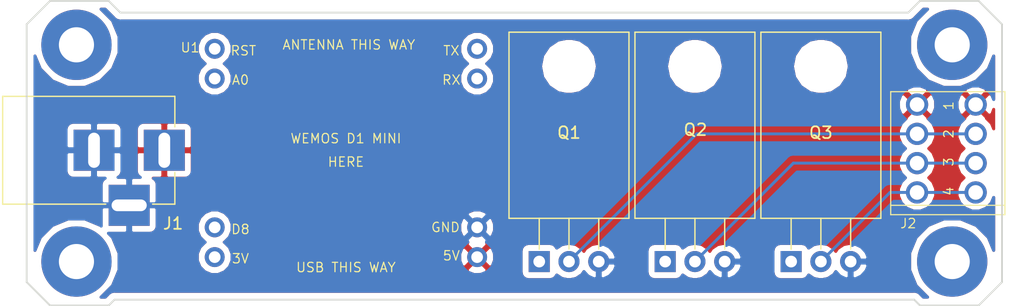
<source format=kicad_pcb>
(kicad_pcb (version 20171130) (host pcbnew "(5.0.0-3-g5ebb6b6)")

  (general
    (thickness 1.6)
    (drawings 16)
    (tracks 6)
    (zones 0)
    (modules 10)
    (nets 15)
  )

  (page A4)
  (layers
    (0 F.Cu signal)
    (31 B.Cu signal)
    (32 B.Adhes user)
    (33 F.Adhes user)
    (34 B.Paste user)
    (35 F.Paste user)
    (36 B.SilkS user)
    (37 F.SilkS user)
    (38 B.Mask user)
    (39 F.Mask user)
    (40 Dwgs.User user)
    (41 Cmts.User user)
    (42 Eco1.User user)
    (43 Eco2.User user)
    (44 Edge.Cuts user)
    (45 Margin user)
    (46 B.CrtYd user)
    (47 F.CrtYd user)
    (48 B.Fab user)
    (49 F.Fab user)
  )

  (setup
    (last_trace_width 0.25)
    (trace_clearance 0.2)
    (zone_clearance 0.508)
    (zone_45_only no)
    (trace_min 0.2)
    (segment_width 0.2)
    (edge_width 0.15)
    (via_size 0.8)
    (via_drill 0.4)
    (via_min_size 0.4)
    (via_min_drill 0.3)
    (uvia_size 0.3)
    (uvia_drill 0.1)
    (uvias_allowed no)
    (uvia_min_size 0.2)
    (uvia_min_drill 0.1)
    (pcb_text_width 0.3)
    (pcb_text_size 1.5 1.5)
    (mod_edge_width 0.15)
    (mod_text_size 1 1)
    (mod_text_width 0.15)
    (pad_size 1.524 1.524)
    (pad_drill 0.762)
    (pad_to_mask_clearance 0.2)
    (aux_axis_origin 0 0)
    (visible_elements FFFFFF7F)
    (pcbplotparams
      (layerselection 0x010fc_ffffffff)
      (usegerberextensions false)
      (usegerberattributes true)
      (usegerberadvancedattributes false)
      (creategerberjobfile false)
      (excludeedgelayer true)
      (linewidth 0.100000)
      (plotframeref false)
      (viasonmask false)
      (mode 1)
      (useauxorigin false)
      (hpglpennumber 1)
      (hpglpenspeed 20)
      (hpglpendiameter 15.000000)
      (psnegative false)
      (psa4output false)
      (plotreference true)
      (plotvalue true)
      (plotinvisibletext false)
      (padsonsilk false)
      (subtractmaskfromsilk false)
      (outputformat 1)
      (mirror false)
      (drillshape 0)
      (scaleselection 1)
      (outputdirectory "Gerbers/"))
  )

  (net 0 "")
  (net 1 GND)
  (net 2 "Net-(U1-Pad9)")
  (net 3 "Net-(U1-Pad10)")
  (net 4 "Net-(U1-Pad1)")
  (net 5 "Net-(U1-Pad2)")
  (net 6 "Net-(U1-Pad8)")
  (net 7 +12V)
  (net 8 /RED)
  (net 9 /GREEN)
  (net 10 /D1)
  (net 11 /D2)
  (net 12 /BLUE)
  (net 13 /D3)
  (net 14 "Net-(U1-Pad7)")

  (net_class Default "This is the default net class."
    (clearance 0.2)
    (trace_width 0.25)
    (via_dia 0.8)
    (via_drill 0.4)
    (uvia_dia 0.3)
    (uvia_drill 0.1)
    (add_net +12V)
    (add_net /BLUE)
    (add_net /D1)
    (add_net /D2)
    (add_net /D3)
    (add_net /GREEN)
    (add_net /RED)
    (add_net GND)
    (add_net "Net-(U1-Pad1)")
    (add_net "Net-(U1-Pad10)")
    (add_net "Net-(U1-Pad2)")
    (add_net "Net-(U1-Pad7)")
    (add_net "Net-(U1-Pad8)")
    (add_net "Net-(U1-Pad9)")
  )

  (module TO_SOT_Packages_THT:TO-220-3_Horizontal (layer F.Cu) (tedit 58CE52AD) (tstamp 5CA5F43B)
    (at 101.5 106.25)
    (descr "TO-220-3, Horizontal, RM 2.54mm")
    (tags "TO-220-3 Horizontal RM 2.54mm")
    (path /5CA6159B)
    (fp_text reference Q2 (at 2.58 -11.25) (layer F.SilkS)
      (effects (font (size 1 1) (thickness 0.15)))
    )
    (fp_text value IRLB8721 (at 2.58 -8.75) (layer F.Fab)
      (effects (font (size 1 1) (thickness 0.15)))
    )
    (fp_text user %R (at 2.58 -6) (layer F.Fab)
      (effects (font (size 1 1) (thickness 0.15)))
    )
    (fp_line (start -2.46 -13.06) (end -2.46 -19.46) (layer F.Fab) (width 0.1))
    (fp_line (start -2.46 -19.46) (end 7.54 -19.46) (layer F.Fab) (width 0.1))
    (fp_line (start 7.54 -19.46) (end 7.54 -13.06) (layer F.Fab) (width 0.1))
    (fp_line (start 7.54 -13.06) (end -2.46 -13.06) (layer F.Fab) (width 0.1))
    (fp_line (start -2.46 -3.81) (end -2.46 -13.06) (layer F.Fab) (width 0.1))
    (fp_line (start -2.46 -13.06) (end 7.54 -13.06) (layer F.Fab) (width 0.1))
    (fp_line (start 7.54 -13.06) (end 7.54 -3.81) (layer F.Fab) (width 0.1))
    (fp_line (start 7.54 -3.81) (end -2.46 -3.81) (layer F.Fab) (width 0.1))
    (fp_line (start 0 -3.81) (end 0 0) (layer F.Fab) (width 0.1))
    (fp_line (start 2.54 -3.81) (end 2.54 0) (layer F.Fab) (width 0.1))
    (fp_line (start 5.08 -3.81) (end 5.08 0) (layer F.Fab) (width 0.1))
    (fp_line (start -2.58 -3.69) (end 7.66 -3.69) (layer F.SilkS) (width 0.12))
    (fp_line (start -2.58 -19.58) (end 7.66 -19.58) (layer F.SilkS) (width 0.12))
    (fp_line (start -2.58 -19.58) (end -2.58 -3.69) (layer F.SilkS) (width 0.12))
    (fp_line (start 7.66 -19.58) (end 7.66 -3.69) (layer F.SilkS) (width 0.12))
    (fp_line (start 0 -3.69) (end 0 -1.05) (layer F.SilkS) (width 0.12))
    (fp_line (start 2.54 -3.69) (end 2.54 -1.066) (layer F.SilkS) (width 0.12))
    (fp_line (start 5.08 -3.69) (end 5.08 -1.066) (layer F.SilkS) (width 0.12))
    (fp_line (start -2.71 -19.71) (end -2.71 1.15) (layer F.CrtYd) (width 0.05))
    (fp_line (start -2.71 1.15) (end 7.79 1.15) (layer F.CrtYd) (width 0.05))
    (fp_line (start 7.79 1.15) (end 7.79 -19.71) (layer F.CrtYd) (width 0.05))
    (fp_line (start 7.79 -19.71) (end -2.71 -19.71) (layer F.CrtYd) (width 0.05))
    (fp_circle (center 2.54 -16.66) (end 4.39 -16.66) (layer F.Fab) (width 0.1))
    (pad 0 np_thru_hole oval (at 2.54 -16.66) (size 3.5 3.5) (drill 3.5) (layers *.Cu *.Mask))
    (pad 1 thru_hole rect (at 0 0) (size 1.8 1.8) (drill 1) (layers *.Cu *.Mask)
      (net 11 /D2))
    (pad 2 thru_hole oval (at 2.54 0) (size 1.8 1.8) (drill 1) (layers *.Cu *.Mask)
      (net 8 /RED))
    (pad 3 thru_hole oval (at 5.08 0) (size 1.8 1.8) (drill 1) (layers *.Cu *.Mask)
      (net 1 GND))
    (model ${KISYS3DMOD}/TO_SOT_Packages_THT.3dshapes/TO-220-3_Horizontal.wrl
      (offset (xyz 2.539999961853027 0 0))
      (scale (xyz 0.393701 0.393701 0.393701))
      (rotate (xyz 0 0 0))
    )
  )

  (module TO_SOT_Packages_THT:TO-220-3_Horizontal (layer F.Cu) (tedit 58CE52AD) (tstamp 5CA5F3DE)
    (at 90.75 106.25)
    (descr "TO-220-3, Horizontal, RM 2.54mm")
    (tags "TO-220-3 Horizontal RM 2.54mm")
    (path /5CA5E7AE)
    (fp_text reference Q1 (at 2.54 -11) (layer F.SilkS)
      (effects (font (size 1 1) (thickness 0.15)))
    )
    (fp_text value IRLB8721 (at 2.54 -8.75) (layer F.Fab)
      (effects (font (size 1 1) (thickness 0.15)))
    )
    (fp_circle (center 2.54 -16.66) (end 4.39 -16.66) (layer F.Fab) (width 0.1))
    (fp_line (start 7.79 -19.71) (end -2.71 -19.71) (layer F.CrtYd) (width 0.05))
    (fp_line (start 7.79 1.15) (end 7.79 -19.71) (layer F.CrtYd) (width 0.05))
    (fp_line (start -2.71 1.15) (end 7.79 1.15) (layer F.CrtYd) (width 0.05))
    (fp_line (start -2.71 -19.71) (end -2.71 1.15) (layer F.CrtYd) (width 0.05))
    (fp_line (start 5.08 -3.69) (end 5.08 -1.066) (layer F.SilkS) (width 0.12))
    (fp_line (start 2.54 -3.69) (end 2.54 -1.066) (layer F.SilkS) (width 0.12))
    (fp_line (start 0 -3.69) (end 0 -1.05) (layer F.SilkS) (width 0.12))
    (fp_line (start 7.66 -19.58) (end 7.66 -3.69) (layer F.SilkS) (width 0.12))
    (fp_line (start -2.58 -19.58) (end -2.58 -3.69) (layer F.SilkS) (width 0.12))
    (fp_line (start -2.58 -19.58) (end 7.66 -19.58) (layer F.SilkS) (width 0.12))
    (fp_line (start -2.58 -3.69) (end 7.66 -3.69) (layer F.SilkS) (width 0.12))
    (fp_line (start 5.08 -3.81) (end 5.08 0) (layer F.Fab) (width 0.1))
    (fp_line (start 2.54 -3.81) (end 2.54 0) (layer F.Fab) (width 0.1))
    (fp_line (start 0 -3.81) (end 0 0) (layer F.Fab) (width 0.1))
    (fp_line (start 7.54 -3.81) (end -2.46 -3.81) (layer F.Fab) (width 0.1))
    (fp_line (start 7.54 -13.06) (end 7.54 -3.81) (layer F.Fab) (width 0.1))
    (fp_line (start -2.46 -13.06) (end 7.54 -13.06) (layer F.Fab) (width 0.1))
    (fp_line (start -2.46 -3.81) (end -2.46 -13.06) (layer F.Fab) (width 0.1))
    (fp_line (start 7.54 -13.06) (end -2.46 -13.06) (layer F.Fab) (width 0.1))
    (fp_line (start 7.54 -19.46) (end 7.54 -13.06) (layer F.Fab) (width 0.1))
    (fp_line (start -2.46 -19.46) (end 7.54 -19.46) (layer F.Fab) (width 0.1))
    (fp_line (start -2.46 -13.06) (end -2.46 -19.46) (layer F.Fab) (width 0.1))
    (fp_text user %R (at 2.54 -6) (layer F.Fab)
      (effects (font (size 1 1) (thickness 0.15)))
    )
    (pad 3 thru_hole oval (at 5.08 0) (size 1.8 1.8) (drill 1) (layers *.Cu *.Mask)
      (net 1 GND))
    (pad 2 thru_hole oval (at 2.54 0) (size 1.8 1.8) (drill 1) (layers *.Cu *.Mask)
      (net 9 /GREEN))
    (pad 1 thru_hole rect (at 0 0) (size 1.8 1.8) (drill 1) (layers *.Cu *.Mask)
      (net 10 /D1))
    (pad 0 np_thru_hole oval (at 2.54 -16.66) (size 3.5 3.5) (drill 3.5) (layers *.Cu *.Mask))
    (model ${KISYS3DMOD}/TO_SOT_Packages_THT.3dshapes/TO-220-3_Horizontal.wrl
      (offset (xyz 2.539999961853027 0 0))
      (scale (xyz 0.393701 0.393701 0.393701))
      (rotate (xyz 0 0 0))
    )
  )

  (module TO_SOT_Packages_THT:TO-220-3_Horizontal (layer F.Cu) (tedit 58CE52AD) (tstamp 5CA5F498)
    (at 112.25 106.25)
    (descr "TO-220-3, Horizontal, RM 2.54mm")
    (tags "TO-220-3 Horizontal RM 2.54mm")
    (path /5CA62184)
    (fp_text reference Q3 (at 2.54 -11) (layer F.SilkS)
      (effects (font (size 1 1) (thickness 0.15)))
    )
    (fp_text value IRLB8721 (at 2.54 -8.75) (layer F.Fab)
      (effects (font (size 1 1) (thickness 0.15)))
    )
    (fp_circle (center 2.54 -16.66) (end 4.39 -16.66) (layer F.Fab) (width 0.1))
    (fp_line (start 7.79 -19.71) (end -2.71 -19.71) (layer F.CrtYd) (width 0.05))
    (fp_line (start 7.79 1.15) (end 7.79 -19.71) (layer F.CrtYd) (width 0.05))
    (fp_line (start -2.71 1.15) (end 7.79 1.15) (layer F.CrtYd) (width 0.05))
    (fp_line (start -2.71 -19.71) (end -2.71 1.15) (layer F.CrtYd) (width 0.05))
    (fp_line (start 5.08 -3.69) (end 5.08 -1.066) (layer F.SilkS) (width 0.12))
    (fp_line (start 2.54 -3.69) (end 2.54 -1.066) (layer F.SilkS) (width 0.12))
    (fp_line (start 0 -3.69) (end 0 -1.05) (layer F.SilkS) (width 0.12))
    (fp_line (start 7.66 -19.58) (end 7.66 -3.69) (layer F.SilkS) (width 0.12))
    (fp_line (start -2.58 -19.58) (end -2.58 -3.69) (layer F.SilkS) (width 0.12))
    (fp_line (start -2.58 -19.58) (end 7.66 -19.58) (layer F.SilkS) (width 0.12))
    (fp_line (start -2.58 -3.69) (end 7.66 -3.69) (layer F.SilkS) (width 0.12))
    (fp_line (start 5.08 -3.81) (end 5.08 0) (layer F.Fab) (width 0.1))
    (fp_line (start 2.54 -3.81) (end 2.54 0) (layer F.Fab) (width 0.1))
    (fp_line (start 0 -3.81) (end 0 0) (layer F.Fab) (width 0.1))
    (fp_line (start 7.54 -3.81) (end -2.46 -3.81) (layer F.Fab) (width 0.1))
    (fp_line (start 7.54 -13.06) (end 7.54 -3.81) (layer F.Fab) (width 0.1))
    (fp_line (start -2.46 -13.06) (end 7.54 -13.06) (layer F.Fab) (width 0.1))
    (fp_line (start -2.46 -3.81) (end -2.46 -13.06) (layer F.Fab) (width 0.1))
    (fp_line (start 7.54 -13.06) (end -2.46 -13.06) (layer F.Fab) (width 0.1))
    (fp_line (start 7.54 -19.46) (end 7.54 -13.06) (layer F.Fab) (width 0.1))
    (fp_line (start -2.46 -19.46) (end 7.54 -19.46) (layer F.Fab) (width 0.1))
    (fp_line (start -2.46 -13.06) (end -2.46 -19.46) (layer F.Fab) (width 0.1))
    (fp_text user %R (at 2.54 -6.25) (layer F.Fab)
      (effects (font (size 1 1) (thickness 0.15)))
    )
    (pad 3 thru_hole oval (at 5.08 0) (size 1.8 1.8) (drill 1) (layers *.Cu *.Mask)
      (net 1 GND))
    (pad 2 thru_hole oval (at 2.54 0) (size 1.8 1.8) (drill 1) (layers *.Cu *.Mask)
      (net 12 /BLUE))
    (pad 1 thru_hole rect (at 0 0) (size 1.8 1.8) (drill 1) (layers *.Cu *.Mask)
      (net 13 /D3))
    (pad 0 np_thru_hole oval (at 2.54 -16.66) (size 3.5 3.5) (drill 3.5) (layers *.Cu *.Mask))
    (model ${KISYS3DMOD}/TO_SOT_Packages_THT.3dshapes/TO-220-3_Horizontal.wrl
      (offset (xyz 2.539999961853027 0 0))
      (scale (xyz 0.393701 0.393701 0.393701))
      (rotate (xyz 0 0 0))
    )
  )

  (module Mounting_Holes:MountingHole_3mm_Pad locked (layer F.Cu) (tedit 5BA8B802) (tstamp 5CA5F4F2)
    (at 126 106.25)
    (descr "Mounting Hole 3mm")
    (tags "mounting hole 3mm")
    (attr virtual)
    (fp_text reference REF** (at 0 -4) (layer F.SilkS) hide
      (effects (font (size 1 1) (thickness 0.15)))
    )
    (fp_text value MountingHole_3mm_Pad (at 0 4) (layer F.Fab) hide
      (effects (font (size 1 1) (thickness 0.15)))
    )
    (fp_circle (center 0 0) (end 3.25 0) (layer F.CrtYd) (width 0.05))
    (fp_circle (center 0 0) (end 3 0) (layer Cmts.User) (width 0.15))
    (fp_text user %R (at 0.3 0) (layer F.Fab)
      (effects (font (size 1 1) (thickness 0.15)))
    )
    (pad 1 thru_hole circle (at 0 0) (size 6 6) (drill 3) (layers *.Cu *.Mask))
  )

  (module Mounting_Holes:MountingHole_3mm_Pad locked (layer F.Cu) (tedit 5BA8B7F5) (tstamp 5CA5F4DD)
    (at 126 87.75)
    (descr "Mounting Hole 3mm")
    (tags "mounting hole 3mm")
    (attr virtual)
    (fp_text reference REF** (at 0 -4) (layer F.SilkS) hide
      (effects (font (size 1 1) (thickness 0.15)))
    )
    (fp_text value MountingHole_3mm_Pad (at 0 4) (layer F.Fab) hide
      (effects (font (size 1 1) (thickness 0.15)))
    )
    (fp_text user %R (at 0.3 0) (layer F.Fab)
      (effects (font (size 1 1) (thickness 0.15)))
    )
    (fp_circle (center 0 0) (end 3 0) (layer Cmts.User) (width 0.15))
    (fp_circle (center 0 0) (end 3.25 0) (layer F.CrtYd) (width 0.05))
    (pad 1 thru_hole circle (at 0 0) (size 6 6) (drill 3) (layers *.Cu *.Mask))
  )

  (module Mounting_Holes:MountingHole_3mm_Pad locked (layer F.Cu) (tedit 5BA8BA19) (tstamp 5BA8BF97)
    (at 51.25 106.25)
    (descr "Mounting Hole 3mm")
    (tags "mounting hole 3mm")
    (attr virtual)
    (fp_text reference REF** (at 0 -4) (layer F.SilkS) hide
      (effects (font (size 1 1) (thickness 0.15)))
    )
    (fp_text value MountingHole_3mm_Pad (at 0 4) (layer F.Fab) hide
      (effects (font (size 1 1) (thickness 0.15)))
    )
    (fp_circle (center 0 0) (end 3.25 0) (layer F.CrtYd) (width 0.05))
    (fp_circle (center 0 0) (end 3 0) (layer Cmts.User) (width 0.15))
    (fp_text user %R (at 0.3 0) (layer F.Fab)
      (effects (font (size 1 1) (thickness 0.15)))
    )
    (pad 1 thru_hole circle (at 0 0) (size 6 6) (drill 3) (layers *.Cu *.Mask))
  )

  (module Mounting_Holes:MountingHole_3mm_Pad locked (layer F.Cu) (tedit 5BA8B817) (tstamp 5BA8BF86)
    (at 51.25 87.75)
    (descr "Mounting Hole 3mm")
    (tags "mounting hole 3mm")
    (attr virtual)
    (fp_text reference REF** (at 0 -4) (layer F.SilkS) hide
      (effects (font (size 1 1) (thickness 0.15)))
    )
    (fp_text value MountingHole_3mm_Pad (at 0 4) (layer F.Fab) hide
      (effects (font (size 1 1) (thickness 0.15)))
    )
    (fp_text user %R (at 0.3 0) (layer F.Fab)
      (effects (font (size 1 1) (thickness 0.15)))
    )
    (fp_circle (center 0 0) (end 3 0) (layer Cmts.User) (width 0.15))
    (fp_circle (center 0 0) (end 3.25 0) (layer F.CrtYd) (width 0.05))
    (pad 1 thru_hole circle (at 0 0) (size 6 6) (drill 3) (layers *.Cu *.Mask))
  )

  (module Custom_Parts:WeMos_D1_Mini_Minimal_Connector (layer F.Cu) (tedit 5BA9000F) (tstamp 5CA5F7BE)
    (at 74.25 96.75)
    (path /5BA3A736)
    (fp_text reference U1 (at -13.3 -8.76) (layer F.SilkS)
      (effects (font (size 0.8 0.8) (thickness 0.1)))
    )
    (fp_text value WEMOS_D1_MINI (at 0 12) (layer F.Fab) hide
      (effects (font (size 0.8 0.8) (thickness 0.1)))
    )
    (fp_text user 5V (at 9 9) (layer F.SilkS)
      (effects (font (size 0.8 0.8) (thickness 0.1)))
    )
    (fp_text user GND (at 8.5 6.58) (layer F.SilkS)
      (effects (font (size 0.8 0.8) (thickness 0.1)))
    )
    (fp_text user "ANTENNA THIS WAY" (at 0.25 -9) (layer F.SilkS)
      (effects (font (size 0.8 0.8) (thickness 0.1)))
    )
    (fp_text user "USB THIS WAY" (at 0 10) (layer F.SilkS)
      (effects (font (size 0.8 0.8) (thickness 0.1)))
    )
    (fp_text user "WEMOS D1 MINI" (at 0 -1) (layer F.SilkS)
      (effects (font (size 0.8 0.8) (thickness 0.1)))
    )
    (fp_text user A0 (at -9 -6) (layer F.SilkS)
      (effects (font (size 0.8 0.8) (thickness 0.1)))
    )
    (fp_text user D8 (at -9 6.75) (layer F.SilkS)
      (effects (font (size 0.8 0.8) (thickness 0.1)))
    )
    (fp_text user 3V (at -9 9.25) (layer F.SilkS)
      (effects (font (size 0.8 0.8) (thickness 0.1)))
    )
    (fp_text user RX (at 9 -6) (layer F.SilkS)
      (effects (font (size 0.8 0.8) (thickness 0.1)))
    )
    (fp_text user TX (at 9 -8.5) (layer F.SilkS)
      (effects (font (size 0.8 0.8) (thickness 0.1)))
    )
    (fp_text user RST (at -8.75 -8.5 180) (layer F.SilkS)
      (effects (font (size 0.8 0.8) (thickness 0.1)))
    )
    (fp_text user HERE (at 0 1) (layer F.SilkS)
      (effects (font (size 0.8 0.8) (thickness 0.1)))
    )
    (pad 9 thru_hole circle (at 11.2 -8.66) (size 1.7 1.7) (drill 1) (layers *.Cu *.Mask)
      (net 2 "Net-(U1-Pad9)"))
    (pad 10 thru_hole circle (at 11.2 -6.12) (size 1.7 1.7) (drill 1) (layers *.Cu *.Mask)
      (net 3 "Net-(U1-Pad10)"))
    (pad 15 thru_hole circle (at 11.2 6.58) (size 1.7 1.7) (drill 1) (layers *.Cu *.Mask)
      (net 1 GND))
    (pad 16 thru_hole circle (at 11.2 9.12) (size 1.7 1.7) (drill 1) (layers *.Cu *.Mask)
      (net 7 +12V))
    (pad 1 thru_hole circle (at -11.2 -8.66) (size 1.7 1.7) (drill 1) (layers *.Cu *.Mask)
      (net 4 "Net-(U1-Pad1)"))
    (pad 2 thru_hole circle (at -11.2 -6.12) (size 1.7 1.7) (drill 1) (layers *.Cu *.Mask)
      (net 5 "Net-(U1-Pad2)"))
    (pad 7 thru_hole circle (at -11.2 6.58) (size 1.7 1.7) (drill 1) (layers *.Cu *.Mask)
      (net 14 "Net-(U1-Pad7)"))
    (pad 8 thru_hole circle (at -11.2 9.12) (size 1.7 1.7) (drill 1) (layers *.Cu *.Mask)
      (net 6 "Net-(U1-Pad8)"))
  )

  (module Connectors:BARREL_JACK (layer F.Cu) (tedit 5C94BC6E) (tstamp 5BD2EA21)
    (at 58.75 96.75)
    (descr "DC Barrel Jack")
    (tags "Power Jack")
    (path /5BA3AF11)
    (fp_text reference J1 (at 0.75 6.25 180) (layer F.SilkS)
      (effects (font (size 1 1) (thickness 0.15)))
    )
    (fp_text value Barrel_Jack (at 4 0 90) (layer F.SilkS) hide
      (effects (font (size 1 1) (thickness 0.15)))
    )
    (fp_line (start 0.8 -4.5) (end -13.7 -4.5) (layer F.Fab) (width 0.1))
    (fp_line (start 0.8 4.5) (end 0.8 -4.5) (layer F.Fab) (width 0.1))
    (fp_line (start -13.7 4.5) (end 0.8 4.5) (layer F.Fab) (width 0.1))
    (fp_line (start -13.7 -4.5) (end -13.7 4.5) (layer F.Fab) (width 0.1))
    (fp_line (start -10.2 -4.5) (end -10.2 4.5) (layer F.Fab) (width 0.1))
    (fp_line (start 0.9 -4.6) (end 0.9 -2) (layer F.SilkS) (width 0.12))
    (fp_line (start -13.8 -4.6) (end 0.9 -4.6) (layer F.SilkS) (width 0.12))
    (fp_line (start 0.9 4.6) (end -1 4.6) (layer F.SilkS) (width 0.12))
    (fp_line (start 0.9 1.9) (end 0.9 4.6) (layer F.SilkS) (width 0.12))
    (fp_line (start -13.8 4.6) (end -13.8 -4.6) (layer F.SilkS) (width 0.12))
    (fp_line (start -5 4.6) (end -13.8 4.6) (layer F.SilkS) (width 0.12))
    (fp_line (start -14 4.75) (end -14 -4.75) (layer F.CrtYd) (width 0.05))
    (fp_line (start -5 4.75) (end -14 4.75) (layer F.CrtYd) (width 0.05))
    (fp_line (start -5 6.75) (end -5 4.75) (layer F.CrtYd) (width 0.05))
    (fp_line (start -1 6.75) (end -5 6.75) (layer F.CrtYd) (width 0.05))
    (fp_line (start -1 4.75) (end -1 6.75) (layer F.CrtYd) (width 0.05))
    (fp_line (start 1 4.75) (end -1 4.75) (layer F.CrtYd) (width 0.05))
    (fp_line (start 1 2) (end 1 4.75) (layer F.CrtYd) (width 0.05))
    (fp_line (start 2 2) (end 1 2) (layer F.CrtYd) (width 0.05))
    (fp_line (start 2 -2) (end 2 2) (layer F.CrtYd) (width 0.05))
    (fp_line (start 1 -2) (end 2 -2) (layer F.CrtYd) (width 0.05))
    (fp_line (start 1 -4.5) (end 1 -2) (layer F.CrtYd) (width 0.05))
    (fp_line (start 1 -4.75) (end -14 -4.75) (layer F.CrtYd) (width 0.05))
    (fp_line (start 1 -4.5) (end 1 -4.75) (layer F.CrtYd) (width 0.05))
    (pad 3 thru_hole rect (at -3 4.7) (size 3.5 3.5) (drill oval 3 1) (layers *.Cu *.Mask)
      (net 1 GND))
    (pad 2 thru_hole rect (at -6 0) (size 3.5 3.5) (drill oval 1 3) (layers *.Cu *.Mask)
      (net 1 GND))
    (pad 1 thru_hole rect (at 0 0) (size 3.5 3.5) (drill oval 1 3) (layers *.Cu *.Mask)
      (net 7 +12V))
  )

  (module Custom_Parts:Spring_Conn_4Pin (layer F.Cu) (tedit 5CA5F2DA) (tstamp 5CA5FDBC)
    (at 125.5 95.25 270)
    (path /5CA5F01B)
    (fp_text reference J2 (at 7.75 3.25) (layer F.SilkS)
      (effects (font (size 0.8 0.8) (thickness 0.1)))
    )
    (fp_text value "RGB OUT" (at 1.5 -6 90) (layer F.Fab)
      (effects (font (size 0.8 0.8) (thickness 0.1)))
    )
    (fp_line (start 6.2 4.75) (end 6.2 -5) (layer F.SilkS) (width 0.1))
    (fp_line (start -3.5 -5) (end 7 -5) (layer F.SilkS) (width 0.1))
    (fp_line (start -3.5 4.75) (end 7 4.75) (layer F.SilkS) (width 0.1))
    (fp_line (start 7 4.75) (end 7 -5) (layer F.SilkS) (width 0.1))
    (fp_line (start -3.5 4.75) (end -3.5 -5) (layer F.SilkS) (width 0.1))
    (fp_text user 3 (at 2.5 -0.2 270) (layer F.SilkS)
      (effects (font (size 0.8 0.8) (thickness 0.1)))
    )
    (fp_text user 2 (at 0.1 -0.2 270) (layer F.SilkS)
      (effects (font (size 0.8 0.8) (thickness 0.1)))
    )
    (fp_text user 1 (at -2.3 -0.2 270) (layer F.SilkS)
      (effects (font (size 0.8 0.8) (thickness 0.1)))
    )
    (fp_text user 4 (at 5 -0.2 270) (layer F.SilkS)
      (effects (font (size 0.8 0.8) (thickness 0.1)))
    )
    (pad 1 thru_hole circle (at -2.4 2.5 270) (size 1.9 1.9) (drill 1.25) (layers *.Cu *.Mask)
      (net 7 +12V))
    (pad 3 thru_hole circle (at 2.6 2.5 270) (size 1.9 1.9) (drill 1.25) (layers *.Cu *.Mask)
      (net 8 /RED))
    (pad 2 thru_hole circle (at 0.1 2.5 270) (size 1.9 1.9) (drill 1.25) (layers *.Cu *.Mask)
      (net 9 /GREEN))
    (pad 1 thru_hole circle (at -2.4 -2.5 270) (size 1.9 1.9) (drill 1.25) (layers *.Cu *.Mask)
      (net 7 +12V))
    (pad 2 thru_hole circle (at 0.1 -2.5 270) (size 1.9 1.9) (drill 1.25) (layers *.Cu *.Mask)
      (net 9 /GREEN))
    (pad 3 thru_hole circle (at 2.6 -2.5 270) (size 1.9 1.9) (drill 1.25) (layers *.Cu *.Mask)
      (net 8 /RED))
    (pad 4 thru_hole circle (at 5.1 2.5 270) (size 1.9 1.9) (drill 1.25) (layers *.Cu *.Mask)
      (net 12 /BLUE))
    (pad 4 thru_hole circle (at 5.1 -2.5 270) (size 1.9 1.9) (drill 1.25) (layers *.Cu *.Mask)
      (net 12 /BLUE))
  )

  (gr_line (start 122.75 109.5) (end 54.5 109.5) (layer Edge.Cuts) (width 0.15))
  (gr_line (start 122.25 85) (end 55 85) (layer Edge.Cuts) (width 0.15))
  (gr_line (start 128.25 84) (end 130.25 86) (layer Edge.Cuts) (width 0.15) (tstamp 5CA5F3BD))
  (gr_line (start 128.25 110) (end 130.25 108) (layer Edge.Cuts) (width 0.15) (tstamp 5CA5F3BA))
  (gr_line (start 47 108) (end 49 110) (layer Edge.Cuts) (width 0.15))
  (gr_line (start 47 86) (end 49 84) (layer Edge.Cuts) (width 0.15))
  (gr_line (start 130.25 86) (end 130.25 108) (layer Edge.Cuts) (width 0.15) (tstamp 5CA5F3B7))
  (gr_line (start 123.25 110) (end 128.25 110) (layer Edge.Cuts) (width 0.15) (tstamp 5CA5F3B4))
  (gr_line (start 122.75 109.5) (end 123.25 110) (layer Edge.Cuts) (width 0.15) (tstamp 5CA5F3B1))
  (gr_line (start 54 110) (end 54.5 109.5) (layer Edge.Cuts) (width 0.15))
  (gr_line (start 49 110) (end 54 110) (layer Edge.Cuts) (width 0.15))
  (gr_line (start 123.25 84) (end 128.25 84) (layer Edge.Cuts) (width 0.15) (tstamp 5CA5F3AE))
  (gr_line (start 122.25 85) (end 123.25 84) (layer Edge.Cuts) (width 0.15) (tstamp 5CA5F3AB))
  (gr_line (start 54 84) (end 55 85) (layer Edge.Cuts) (width 0.15))
  (gr_line (start 49 84) (end 54 84) (layer Edge.Cuts) (width 0.15))
  (gr_line (start 47 86) (end 47 108) (layer Edge.Cuts) (width 0.15) (tstamp 5BA8550C))

  (segment (start 112.44 97.85) (end 104.04 106.25) (width 0.25) (layer B.Cu) (net 8))
  (segment (start 128 97.85) (end 112.44 97.85) (width 0.25) (layer B.Cu) (net 8))
  (segment (start 104.19 95.35) (end 93.29 106.25) (width 0.25) (layer B.Cu) (net 9))
  (segment (start 128 95.35) (end 104.19 95.35) (width 0.25) (layer B.Cu) (net 9))
  (segment (start 120.69 100.35) (end 114.79 106.25) (width 0.25) (layer B.Cu) (net 12))
  (segment (start 128 100.35) (end 120.69 100.35) (width 0.25) (layer B.Cu) (net 12))

  (zone (net 7) (net_name +12V) (layer F.Cu) (tstamp 5CA5F72A) (hatch edge 0.508)
    (connect_pads (clearance 0.508))
    (min_thickness 0.254)
    (fill yes (arc_segments 16) (thermal_gap 0.508) (thermal_bridge_width 0.508))
    (polygon
      (pts
        (xy 47 86) (xy 49 84) (xy 54 84) (xy 55 85) (xy 122.25 85)
        (xy 123.25 84) (xy 128.25 84) (xy 130.25 86) (xy 130.25 108) (xy 128.25 110)
        (xy 123.25 110) (xy 122.75 109.5) (xy 54.5 109.5) (xy 53.75 110) (xy 48.75 110)
        (xy 47 108) (xy 47 107.75)
      )
    )
    (filled_polygon
      (pts
        (xy 54.44851 85.452601) (xy 54.488119 85.511881) (xy 54.547398 85.55149) (xy 54.547399 85.551491) (xy 54.722972 85.668805)
        (xy 55 85.723909) (xy 55.069926 85.71) (xy 122.180076 85.71) (xy 122.25 85.723909) (xy 122.319924 85.71)
        (xy 122.319926 85.71) (xy 122.527028 85.668805) (xy 122.761881 85.511881) (xy 122.801494 85.452596) (xy 123.544092 84.71)
        (xy 123.899334 84.71) (xy 122.918396 85.690938) (xy 122.365 87.026954) (xy 122.365 88.473046) (xy 122.918396 89.809062)
        (xy 123.940938 90.831604) (xy 125.276954 91.385) (xy 126.723046 91.385) (xy 128.059062 90.831604) (xy 129.081604 89.809062)
        (xy 129.54 88.702396) (xy 129.54 92.396849) (xy 129.378019 92.005792) (xy 129.11635 91.913255) (xy 128.179605 92.85)
        (xy 129.11635 93.786745) (xy 129.378019 93.694208) (xy 129.54 93.254965) (xy 129.54 94.926085) (xy 129.343698 94.45217)
        (xy 128.916141 94.024613) (xy 128.936745 93.96635) (xy 128 93.029605) (xy 127.063255 93.96635) (xy 127.083859 94.024613)
        (xy 126.656302 94.45217) (xy 126.415 95.034724) (xy 126.415 95.665276) (xy 126.656302 96.24783) (xy 127.008472 96.6)
        (xy 126.656302 96.95217) (xy 126.415 97.534724) (xy 126.415 98.165276) (xy 126.656302 98.74783) (xy 127.008472 99.1)
        (xy 126.656302 99.45217) (xy 126.415 100.034724) (xy 126.415 100.665276) (xy 126.656302 101.24783) (xy 127.10217 101.693698)
        (xy 127.684724 101.935) (xy 128.315276 101.935) (xy 128.89783 101.693698) (xy 129.343698 101.24783) (xy 129.540001 100.773914)
        (xy 129.540001 105.297606) (xy 129.081604 104.190938) (xy 128.059062 103.168396) (xy 126.723046 102.615) (xy 125.276954 102.615)
        (xy 123.940938 103.168396) (xy 122.918396 104.190938) (xy 122.365 105.526954) (xy 122.365 106.973046) (xy 122.918396 108.309062)
        (xy 123.899334 109.29) (xy 123.544091 109.29) (xy 123.301493 109.047403) (xy 123.261881 108.988119) (xy 123.027028 108.831195)
        (xy 122.819926 108.79) (xy 122.819924 108.79) (xy 122.75 108.776091) (xy 122.680076 108.79) (xy 54.569926 108.79)
        (xy 54.5 108.776091) (xy 54.222971 108.831195) (xy 54.047399 108.948509) (xy 53.988119 108.988119) (xy 53.948509 109.047399)
        (xy 53.705909 109.29) (xy 53.350666 109.29) (xy 54.331604 108.309062) (xy 54.885 106.973046) (xy 54.885 105.526954)
        (xy 54.331604 104.190938) (xy 53.985153 103.844487) (xy 54 103.84744) (xy 57.5 103.84744) (xy 57.747765 103.798157)
        (xy 57.957809 103.657809) (xy 58.098157 103.447765) (xy 58.14744 103.2) (xy 58.14744 103.034615) (xy 61.565 103.034615)
        (xy 61.565 103.625385) (xy 61.791078 104.171185) (xy 62.208815 104.588922) (xy 62.23556 104.6) (xy 62.208815 104.611078)
        (xy 61.791078 105.028815) (xy 61.565 105.574615) (xy 61.565 106.165385) (xy 61.791078 106.711185) (xy 62.208815 107.128922)
        (xy 62.754615 107.355) (xy 63.345385 107.355) (xy 63.891185 107.128922) (xy 64.106149 106.913958) (xy 84.585647 106.913958)
        (xy 84.66592 107.165259) (xy 85.221279 107.366718) (xy 85.811458 107.340315) (xy 86.23408 107.165259) (xy 86.314353 106.913958)
        (xy 85.45 106.049605) (xy 84.585647 106.913958) (xy 64.106149 106.913958) (xy 64.308922 106.711185) (xy 64.535 106.165385)
        (xy 64.535 105.641279) (xy 83.953282 105.641279) (xy 83.979685 106.231458) (xy 84.154741 106.65408) (xy 84.406042 106.734353)
        (xy 85.270395 105.87) (xy 85.629605 105.87) (xy 86.493958 106.734353) (xy 86.745259 106.65408) (xy 86.946718 106.098721)
        (xy 86.920315 105.508542) (xy 86.854645 105.35) (xy 89.20256 105.35) (xy 89.20256 107.15) (xy 89.251843 107.397765)
        (xy 89.392191 107.607809) (xy 89.602235 107.748157) (xy 89.85 107.79744) (xy 91.65 107.79744) (xy 91.897765 107.748157)
        (xy 92.107809 107.607809) (xy 92.247129 107.399304) (xy 92.691073 107.695938) (xy 93.138818 107.785) (xy 93.441182 107.785)
        (xy 93.888927 107.695938) (xy 94.396673 107.356673) (xy 94.56 107.112237) (xy 94.723327 107.356673) (xy 95.231073 107.695938)
        (xy 95.678818 107.785) (xy 95.981182 107.785) (xy 96.428927 107.695938) (xy 96.936673 107.356673) (xy 97.275938 106.848927)
        (xy 97.395072 106.25) (xy 97.275938 105.651073) (xy 97.074768 105.35) (xy 99.95256 105.35) (xy 99.95256 107.15)
        (xy 100.001843 107.397765) (xy 100.142191 107.607809) (xy 100.352235 107.748157) (xy 100.6 107.79744) (xy 102.4 107.79744)
        (xy 102.647765 107.748157) (xy 102.857809 107.607809) (xy 102.997129 107.399304) (xy 103.441073 107.695938) (xy 103.888818 107.785)
        (xy 104.191182 107.785) (xy 104.638927 107.695938) (xy 105.146673 107.356673) (xy 105.31 107.112237) (xy 105.473327 107.356673)
        (xy 105.981073 107.695938) (xy 106.428818 107.785) (xy 106.731182 107.785) (xy 107.178927 107.695938) (xy 107.686673 107.356673)
        (xy 108.025938 106.848927) (xy 108.145072 106.25) (xy 108.025938 105.651073) (xy 107.824768 105.35) (xy 110.70256 105.35)
        (xy 110.70256 107.15) (xy 110.751843 107.397765) (xy 110.892191 107.607809) (xy 111.102235 107.748157) (xy 111.35 107.79744)
        (xy 113.15 107.79744) (xy 113.397765 107.748157) (xy 113.607809 107.607809) (xy 113.747129 107.399304) (xy 114.191073 107.695938)
        (xy 114.638818 107.785) (xy 114.941182 107.785) (xy 115.388927 107.695938) (xy 115.896673 107.356673) (xy 116.06 107.112237)
        (xy 116.223327 107.356673) (xy 116.731073 107.695938) (xy 117.178818 107.785) (xy 117.481182 107.785) (xy 117.928927 107.695938)
        (xy 118.436673 107.356673) (xy 118.775938 106.848927) (xy 118.895072 106.25) (xy 118.775938 105.651073) (xy 118.436673 105.143327)
        (xy 117.928927 104.804062) (xy 117.481182 104.715) (xy 117.178818 104.715) (xy 116.731073 104.804062) (xy 116.223327 105.143327)
        (xy 116.06 105.387763) (xy 115.896673 105.143327) (xy 115.388927 104.804062) (xy 114.941182 104.715) (xy 114.638818 104.715)
        (xy 114.191073 104.804062) (xy 113.747129 105.100696) (xy 113.607809 104.892191) (xy 113.397765 104.751843) (xy 113.15 104.70256)
        (xy 111.35 104.70256) (xy 111.102235 104.751843) (xy 110.892191 104.892191) (xy 110.751843 105.102235) (xy 110.70256 105.35)
        (xy 107.824768 105.35) (xy 107.686673 105.143327) (xy 107.178927 104.804062) (xy 106.731182 104.715) (xy 106.428818 104.715)
        (xy 105.981073 104.804062) (xy 105.473327 105.143327) (xy 105.31 105.387763) (xy 105.146673 105.143327) (xy 104.638927 104.804062)
        (xy 104.191182 104.715) (xy 103.888818 104.715) (xy 103.441073 104.804062) (xy 102.997129 105.100696) (xy 102.857809 104.892191)
        (xy 102.647765 104.751843) (xy 102.4 104.70256) (xy 100.6 104.70256) (xy 100.352235 104.751843) (xy 100.142191 104.892191)
        (xy 100.001843 105.102235) (xy 99.95256 105.35) (xy 97.074768 105.35) (xy 96.936673 105.143327) (xy 96.428927 104.804062)
        (xy 95.981182 104.715) (xy 95.678818 104.715) (xy 95.231073 104.804062) (xy 94.723327 105.143327) (xy 94.56 105.387763)
        (xy 94.396673 105.143327) (xy 93.888927 104.804062) (xy 93.441182 104.715) (xy 93.138818 104.715) (xy 92.691073 104.804062)
        (xy 92.247129 105.100696) (xy 92.107809 104.892191) (xy 91.897765 104.751843) (xy 91.65 104.70256) (xy 89.85 104.70256)
        (xy 89.602235 104.751843) (xy 89.392191 104.892191) (xy 89.251843 105.102235) (xy 89.20256 105.35) (xy 86.854645 105.35)
        (xy 86.745259 105.08592) (xy 86.493958 105.005647) (xy 85.629605 105.87) (xy 85.270395 105.87) (xy 84.406042 105.005647)
        (xy 84.154741 105.08592) (xy 83.953282 105.641279) (xy 64.535 105.641279) (xy 64.535 105.574615) (xy 64.308922 105.028815)
        (xy 63.891185 104.611078) (xy 63.86444 104.6) (xy 63.891185 104.588922) (xy 64.308922 104.171185) (xy 64.535 103.625385)
        (xy 64.535 103.034615) (xy 83.965 103.034615) (xy 83.965 103.625385) (xy 84.191078 104.171185) (xy 84.608815 104.588922)
        (xy 84.655247 104.608155) (xy 84.585647 104.826042) (xy 85.45 105.690395) (xy 86.314353 104.826042) (xy 86.244753 104.608155)
        (xy 86.291185 104.588922) (xy 86.708922 104.171185) (xy 86.935 103.625385) (xy 86.935 103.034615) (xy 86.708922 102.488815)
        (xy 86.291185 102.071078) (xy 85.745385 101.845) (xy 85.154615 101.845) (xy 84.608815 102.071078) (xy 84.191078 102.488815)
        (xy 83.965 103.034615) (xy 64.535 103.034615) (xy 64.308922 102.488815) (xy 63.891185 102.071078) (xy 63.345385 101.845)
        (xy 62.754615 101.845) (xy 62.208815 102.071078) (xy 61.791078 102.488815) (xy 61.565 103.034615) (xy 58.14744 103.034615)
        (xy 58.14744 99.7) (xy 58.098157 99.452235) (xy 57.957809 99.242191) (xy 57.797388 99.135) (xy 58.46425 99.135)
        (xy 58.623 98.97625) (xy 58.623 96.877) (xy 58.877 96.877) (xy 58.877 98.97625) (xy 59.03575 99.135)
        (xy 60.626309 99.135) (xy 60.859698 99.038327) (xy 61.038327 98.859699) (xy 61.135 98.62631) (xy 61.135 97.03575)
        (xy 60.97625 96.877) (xy 58.877 96.877) (xy 58.623 96.877) (xy 56.52375 96.877) (xy 56.365 97.03575)
        (xy 56.365 98.62631) (xy 56.461673 98.859699) (xy 56.640302 99.038327) (xy 56.674663 99.05256) (xy 54.816005 99.05256)
        (xy 54.957809 98.957809) (xy 55.098157 98.747765) (xy 55.14744 98.5) (xy 55.14744 95) (xy 55.122316 94.87369)
        (xy 56.365 94.87369) (xy 56.365 96.46425) (xy 56.52375 96.623) (xy 58.623 96.623) (xy 58.623 94.52375)
        (xy 58.877 94.52375) (xy 58.877 96.623) (xy 60.97625 96.623) (xy 61.135 96.46425) (xy 61.135 95.034724)
        (xy 121.415 95.034724) (xy 121.415 95.665276) (xy 121.656302 96.24783) (xy 122.008472 96.6) (xy 121.656302 96.95217)
        (xy 121.415 97.534724) (xy 121.415 98.165276) (xy 121.656302 98.74783) (xy 122.008472 99.1) (xy 121.656302 99.45217)
        (xy 121.415 100.034724) (xy 121.415 100.665276) (xy 121.656302 101.24783) (xy 122.10217 101.693698) (xy 122.684724 101.935)
        (xy 123.315276 101.935) (xy 123.89783 101.693698) (xy 124.343698 101.24783) (xy 124.585 100.665276) (xy 124.585 100.034724)
        (xy 124.343698 99.45217) (xy 123.991528 99.1) (xy 124.343698 98.74783) (xy 124.585 98.165276) (xy 124.585 97.534724)
        (xy 124.343698 96.95217) (xy 123.991528 96.6) (xy 124.343698 96.24783) (xy 124.585 95.665276) (xy 124.585 95.034724)
        (xy 124.343698 94.45217) (xy 123.916141 94.024613) (xy 123.936745 93.96635) (xy 123 93.029605) (xy 122.063255 93.96635)
        (xy 122.083859 94.024613) (xy 121.656302 94.45217) (xy 121.415 95.034724) (xy 61.135 95.034724) (xy 61.135 94.87369)
        (xy 61.038327 94.640301) (xy 60.859698 94.461673) (xy 60.626309 94.365) (xy 59.03575 94.365) (xy 58.877 94.52375)
        (xy 58.623 94.52375) (xy 58.46425 94.365) (xy 56.873691 94.365) (xy 56.640302 94.461673) (xy 56.461673 94.640301)
        (xy 56.365 94.87369) (xy 55.122316 94.87369) (xy 55.098157 94.752235) (xy 54.957809 94.542191) (xy 54.747765 94.401843)
        (xy 54.5 94.35256) (xy 51 94.35256) (xy 50.752235 94.401843) (xy 50.542191 94.542191) (xy 50.401843 94.752235)
        (xy 50.35256 95) (xy 50.35256 98.5) (xy 50.401843 98.747765) (xy 50.542191 98.957809) (xy 50.752235 99.098157)
        (xy 51 99.14744) (xy 53.683995 99.14744) (xy 53.542191 99.242191) (xy 53.401843 99.452235) (xy 53.35256 99.7)
        (xy 53.35256 103.2) (xy 53.355513 103.214847) (xy 53.309062 103.168396) (xy 51.973046 102.615) (xy 50.526954 102.615)
        (xy 49.190938 103.168396) (xy 48.168396 104.190938) (xy 47.71 105.297604) (xy 47.71 92.597398) (xy 121.403812 92.597398)
        (xy 121.428648 93.227461) (xy 121.621981 93.694208) (xy 121.88365 93.786745) (xy 122.820395 92.85) (xy 123.179605 92.85)
        (xy 124.11635 93.786745) (xy 124.378019 93.694208) (xy 124.596188 93.102602) (xy 124.576274 92.597398) (xy 126.403812 92.597398)
        (xy 126.428648 93.227461) (xy 126.621981 93.694208) (xy 126.88365 93.786745) (xy 127.820395 92.85) (xy 126.88365 91.913255)
        (xy 126.621981 92.005792) (xy 126.403812 92.597398) (xy 124.576274 92.597398) (xy 124.571352 92.472539) (xy 124.378019 92.005792)
        (xy 124.11635 91.913255) (xy 123.179605 92.85) (xy 122.820395 92.85) (xy 121.88365 91.913255) (xy 121.621981 92.005792)
        (xy 121.403812 92.597398) (xy 47.71 92.597398) (xy 47.71 88.702396) (xy 48.168396 89.809062) (xy 49.190938 90.831604)
        (xy 50.526954 91.385) (xy 51.973046 91.385) (xy 53.309062 90.831604) (xy 54.331604 89.809062) (xy 54.885 88.473046)
        (xy 54.885 87.794615) (xy 61.565 87.794615) (xy 61.565 88.385385) (xy 61.791078 88.931185) (xy 62.208815 89.348922)
        (xy 62.23556 89.36) (xy 62.208815 89.371078) (xy 61.791078 89.788815) (xy 61.565 90.334615) (xy 61.565 90.925385)
        (xy 61.791078 91.471185) (xy 62.208815 91.888922) (xy 62.754615 92.115) (xy 63.345385 92.115) (xy 63.891185 91.888922)
        (xy 64.308922 91.471185) (xy 64.535 90.925385) (xy 64.535 90.334615) (xy 64.308922 89.788815) (xy 63.891185 89.371078)
        (xy 63.86444 89.36) (xy 63.891185 89.348922) (xy 64.308922 88.931185) (xy 64.535 88.385385) (xy 64.535 87.794615)
        (xy 83.965 87.794615) (xy 83.965 88.385385) (xy 84.191078 88.931185) (xy 84.608815 89.348922) (xy 84.63556 89.36)
        (xy 84.608815 89.371078) (xy 84.191078 89.788815) (xy 83.965 90.334615) (xy 83.965 90.925385) (xy 84.191078 91.471185)
        (xy 84.608815 91.888922) (xy 85.154615 92.115) (xy 85.745385 92.115) (xy 86.291185 91.888922) (xy 86.708922 91.471185)
        (xy 86.935 90.925385) (xy 86.935 90.334615) (xy 86.708922 89.788815) (xy 86.510107 89.59) (xy 90.858276 89.59)
        (xy 91.04338 90.52058) (xy 91.570511 91.309489) (xy 92.35942 91.83662) (xy 93.055103 91.975) (xy 93.524897 91.975)
        (xy 94.22058 91.83662) (xy 95.009489 91.309489) (xy 95.53662 90.52058) (xy 95.721724 89.59) (xy 101.608276 89.59)
        (xy 101.79338 90.52058) (xy 102.320511 91.309489) (xy 103.10942 91.83662) (xy 103.805103 91.975) (xy 104.274897 91.975)
        (xy 104.97058 91.83662) (xy 105.759489 91.309489) (xy 106.28662 90.52058) (xy 106.471724 89.59) (xy 112.358276 89.59)
        (xy 112.54338 90.52058) (xy 113.070511 91.309489) (xy 113.85942 91.83662) (xy 114.555103 91.975) (xy 115.024897 91.975)
        (xy 115.72058 91.83662) (xy 115.874685 91.73365) (xy 122.063255 91.73365) (xy 123 92.670395) (xy 123.936745 91.73365)
        (xy 127.063255 91.73365) (xy 128 92.670395) (xy 128.936745 91.73365) (xy 128.844208 91.471981) (xy 128.252602 91.253812)
        (xy 127.622539 91.278648) (xy 127.155792 91.471981) (xy 127.063255 91.73365) (xy 123.936745 91.73365) (xy 123.844208 91.471981)
        (xy 123.252602 91.253812) (xy 122.622539 91.278648) (xy 122.155792 91.471981) (xy 122.063255 91.73365) (xy 115.874685 91.73365)
        (xy 116.509489 91.309489) (xy 117.03662 90.52058) (xy 117.221724 89.59) (xy 117.03662 88.65942) (xy 116.509489 87.870511)
        (xy 115.72058 87.34338) (xy 115.024897 87.205) (xy 114.555103 87.205) (xy 113.85942 87.34338) (xy 113.070511 87.870511)
        (xy 112.54338 88.65942) (xy 112.358276 89.59) (xy 106.471724 89.59) (xy 106.28662 88.65942) (xy 105.759489 87.870511)
        (xy 104.97058 87.34338) (xy 104.274897 87.205) (xy 103.805103 87.205) (xy 103.10942 87.34338) (xy 102.320511 87.870511)
        (xy 101.79338 88.65942) (xy 101.608276 89.59) (xy 95.721724 89.59) (xy 95.53662 88.65942) (xy 95.009489 87.870511)
        (xy 94.22058 87.34338) (xy 93.524897 87.205) (xy 93.055103 87.205) (xy 92.35942 87.34338) (xy 91.570511 87.870511)
        (xy 91.04338 88.65942) (xy 90.858276 89.59) (xy 86.510107 89.59) (xy 86.291185 89.371078) (xy 86.26444 89.36)
        (xy 86.291185 89.348922) (xy 86.708922 88.931185) (xy 86.935 88.385385) (xy 86.935 87.794615) (xy 86.708922 87.248815)
        (xy 86.291185 86.831078) (xy 85.745385 86.605) (xy 85.154615 86.605) (xy 84.608815 86.831078) (xy 84.191078 87.248815)
        (xy 83.965 87.794615) (xy 64.535 87.794615) (xy 64.308922 87.248815) (xy 63.891185 86.831078) (xy 63.345385 86.605)
        (xy 62.754615 86.605) (xy 62.208815 86.831078) (xy 61.791078 87.248815) (xy 61.565 87.794615) (xy 54.885 87.794615)
        (xy 54.885 87.026954) (xy 54.331604 85.690938) (xy 53.350666 84.71) (xy 53.70591 84.71)
      )
    )
  )
  (zone (net 1) (net_name GND) (layer B.Cu) (tstamp 5CA5F727) (hatch edge 0.508)
    (connect_pads (clearance 0.508))
    (min_thickness 0.254)
    (fill yes (arc_segments 16) (thermal_gap 0.508) (thermal_bridge_width 0.508))
    (polygon
      (pts
        (xy 47 86) (xy 49 84) (xy 54 84) (xy 55 85) (xy 122.25 85)
        (xy 123.25 84) (xy 128.25 84) (xy 130.25 86) (xy 130.25 108) (xy 128.25 110)
        (xy 123.25 110) (xy 122.75 109.5) (xy 54.5 109.5) (xy 54 110) (xy 49 110)
        (xy 47 108) (xy 47 97)
      )
    )
    (filled_polygon
      (pts
        (xy 54.44851 85.452601) (xy 54.488119 85.511881) (xy 54.547398 85.55149) (xy 54.547399 85.551491) (xy 54.722972 85.668805)
        (xy 55 85.723909) (xy 55.069926 85.71) (xy 122.180076 85.71) (xy 122.25 85.723909) (xy 122.319924 85.71)
        (xy 122.319926 85.71) (xy 122.527028 85.668805) (xy 122.761881 85.511881) (xy 122.801494 85.452596) (xy 123.544092 84.71)
        (xy 123.899334 84.71) (xy 122.918396 85.690938) (xy 122.365 87.026954) (xy 122.365 88.473046) (xy 122.918396 89.809062)
        (xy 123.940938 90.831604) (xy 125.276954 91.385) (xy 126.723046 91.385) (xy 128.059062 90.831604) (xy 129.081604 89.809062)
        (xy 129.54 88.702396) (xy 129.54 92.426085) (xy 129.343698 91.95217) (xy 128.89783 91.506302) (xy 128.315276 91.265)
        (xy 127.684724 91.265) (xy 127.10217 91.506302) (xy 126.656302 91.95217) (xy 126.415 92.534724) (xy 126.415 93.165276)
        (xy 126.656302 93.74783) (xy 127.008472 94.1) (xy 126.656302 94.45217) (xy 126.599211 94.59) (xy 124.400789 94.59)
        (xy 124.343698 94.45217) (xy 123.991528 94.1) (xy 124.343698 93.74783) (xy 124.585 93.165276) (xy 124.585 92.534724)
        (xy 124.343698 91.95217) (xy 123.89783 91.506302) (xy 123.315276 91.265) (xy 122.684724 91.265) (xy 122.10217 91.506302)
        (xy 121.656302 91.95217) (xy 121.415 92.534724) (xy 121.415 93.165276) (xy 121.656302 93.74783) (xy 122.008472 94.1)
        (xy 121.656302 94.45217) (xy 121.599211 94.59) (xy 104.264848 94.59) (xy 104.19 94.575112) (xy 104.115152 94.59)
        (xy 104.115148 94.59) (xy 103.941605 94.62452) (xy 103.893462 94.634096) (xy 103.716656 94.752235) (xy 103.642071 94.802071)
        (xy 103.599671 94.865527) (xy 93.69893 104.766269) (xy 93.441182 104.715) (xy 93.138818 104.715) (xy 92.691073 104.804062)
        (xy 92.247129 105.100696) (xy 92.107809 104.892191) (xy 91.897765 104.751843) (xy 91.65 104.70256) (xy 89.85 104.70256)
        (xy 89.602235 104.751843) (xy 89.392191 104.892191) (xy 89.251843 105.102235) (xy 89.20256 105.35) (xy 89.20256 107.15)
        (xy 89.251843 107.397765) (xy 89.392191 107.607809) (xy 89.602235 107.748157) (xy 89.85 107.79744) (xy 91.65 107.79744)
        (xy 91.897765 107.748157) (xy 92.107809 107.607809) (xy 92.247129 107.399304) (xy 92.691073 107.695938) (xy 93.138818 107.785)
        (xy 93.441182 107.785) (xy 93.888927 107.695938) (xy 94.396673 107.356673) (xy 94.567624 107.100826) (xy 94.922424 107.487966)
        (xy 95.465258 107.741046) (xy 95.703 107.620997) (xy 95.703 106.377) (xy 95.957 106.377) (xy 95.957 107.620997)
        (xy 96.194742 107.741046) (xy 96.737576 107.487966) (xy 97.14224 107.046417) (xy 97.321036 106.61474) (xy 97.200378 106.377)
        (xy 95.957 106.377) (xy 95.703 106.377) (xy 95.683 106.377) (xy 95.683 106.123) (xy 95.703 106.123)
        (xy 95.703 106.103) (xy 95.957 106.103) (xy 95.957 106.123) (xy 97.200378 106.123) (xy 97.321036 105.88526)
        (xy 97.14224 105.453583) (xy 96.737576 105.012034) (xy 96.194742 104.758954) (xy 95.957002 104.879002) (xy 95.957002 104.715)
        (xy 95.899801 104.715) (xy 104.504802 96.11) (xy 121.599211 96.11) (xy 121.656302 96.24783) (xy 122.008472 96.6)
        (xy 121.656302 96.95217) (xy 121.599211 97.09) (xy 112.514847 97.09) (xy 112.44 97.075112) (xy 112.365153 97.09)
        (xy 112.365148 97.09) (xy 112.143463 97.134096) (xy 111.892071 97.302071) (xy 111.849671 97.365527) (xy 104.44893 104.766269)
        (xy 104.191182 104.715) (xy 103.888818 104.715) (xy 103.441073 104.804062) (xy 102.997129 105.100696) (xy 102.857809 104.892191)
        (xy 102.647765 104.751843) (xy 102.4 104.70256) (xy 100.6 104.70256) (xy 100.352235 104.751843) (xy 100.142191 104.892191)
        (xy 100.001843 105.102235) (xy 99.95256 105.35) (xy 99.95256 107.15) (xy 100.001843 107.397765) (xy 100.142191 107.607809)
        (xy 100.352235 107.748157) (xy 100.6 107.79744) (xy 102.4 107.79744) (xy 102.647765 107.748157) (xy 102.857809 107.607809)
        (xy 102.997129 107.399304) (xy 103.441073 107.695938) (xy 103.888818 107.785) (xy 104.191182 107.785) (xy 104.638927 107.695938)
        (xy 105.146673 107.356673) (xy 105.317624 107.100826) (xy 105.672424 107.487966) (xy 106.215258 107.741046) (xy 106.453 107.620997)
        (xy 106.453 106.377) (xy 106.707 106.377) (xy 106.707 107.620997) (xy 106.944742 107.741046) (xy 107.487576 107.487966)
        (xy 107.89224 107.046417) (xy 108.071036 106.61474) (xy 107.950378 106.377) (xy 106.707 106.377) (xy 106.453 106.377)
        (xy 106.433 106.377) (xy 106.433 106.123) (xy 106.453 106.123) (xy 106.453 106.103) (xy 106.707 106.103)
        (xy 106.707 106.123) (xy 107.950378 106.123) (xy 108.071036 105.88526) (xy 107.89224 105.453583) (xy 107.487576 105.012034)
        (xy 106.944742 104.758954) (xy 106.707002 104.879002) (xy 106.707002 104.715) (xy 106.649801 104.715) (xy 112.754802 98.61)
        (xy 121.599211 98.61) (xy 121.656302 98.74783) (xy 122.008472 99.1) (xy 121.656302 99.45217) (xy 121.599211 99.59)
        (xy 120.764846 99.59) (xy 120.689999 99.575112) (xy 120.615152 99.59) (xy 120.615148 99.59) (xy 120.393463 99.634096)
        (xy 120.142071 99.802071) (xy 120.099671 99.865527) (xy 115.19893 104.766269) (xy 114.941182 104.715) (xy 114.638818 104.715)
        (xy 114.191073 104.804062) (xy 113.747129 105.100696) (xy 113.607809 104.892191) (xy 113.397765 104.751843) (xy 113.15 104.70256)
        (xy 111.35 104.70256) (xy 111.102235 104.751843) (xy 110.892191 104.892191) (xy 110.751843 105.102235) (xy 110.70256 105.35)
        (xy 110.70256 107.15) (xy 110.751843 107.397765) (xy 110.892191 107.607809) (xy 111.102235 107.748157) (xy 111.35 107.79744)
        (xy 113.15 107.79744) (xy 113.397765 107.748157) (xy 113.607809 107.607809) (xy 113.747129 107.399304) (xy 114.191073 107.695938)
        (xy 114.638818 107.785) (xy 114.941182 107.785) (xy 115.388927 107.695938) (xy 115.896673 107.356673) (xy 116.067624 107.100826)
        (xy 116.422424 107.487966) (xy 116.965258 107.741046) (xy 117.203 107.620997) (xy 117.203 106.377) (xy 117.457 106.377)
        (xy 117.457 107.620997) (xy 117.694742 107.741046) (xy 118.237576 107.487966) (xy 118.64224 107.046417) (xy 118.821036 106.61474)
        (xy 118.700378 106.377) (xy 117.457 106.377) (xy 117.203 106.377) (xy 117.183 106.377) (xy 117.183 106.123)
        (xy 117.203 106.123) (xy 117.203 106.103) (xy 117.457 106.103) (xy 117.457 106.123) (xy 118.700378 106.123)
        (xy 118.821036 105.88526) (xy 118.64224 105.453583) (xy 118.237576 105.012034) (xy 117.694742 104.758954) (xy 117.457002 104.879002)
        (xy 117.457002 104.715) (xy 117.399801 104.715) (xy 121.004802 101.11) (xy 121.599211 101.11) (xy 121.656302 101.24783)
        (xy 122.10217 101.693698) (xy 122.684724 101.935) (xy 123.315276 101.935) (xy 123.89783 101.693698) (xy 124.343698 101.24783)
        (xy 124.400789 101.11) (xy 126.599211 101.11) (xy 126.656302 101.24783) (xy 127.10217 101.693698) (xy 127.684724 101.935)
        (xy 128.315276 101.935) (xy 128.89783 101.693698) (xy 129.343698 101.24783) (xy 129.540001 100.773914) (xy 129.540001 105.297606)
        (xy 129.081604 104.190938) (xy 128.059062 103.168396) (xy 126.723046 102.615) (xy 125.276954 102.615) (xy 123.940938 103.168396)
        (xy 122.918396 104.190938) (xy 122.365 105.526954) (xy 122.365 106.973046) (xy 122.918396 108.309062) (xy 123.899334 109.29)
        (xy 123.544091 109.29) (xy 123.301493 109.047403) (xy 123.261881 108.988119) (xy 123.027028 108.831195) (xy 122.819926 108.79)
        (xy 122.819924 108.79) (xy 122.75 108.776091) (xy 122.680076 108.79) (xy 54.569926 108.79) (xy 54.5 108.776091)
        (xy 54.222971 108.831195) (xy 54.047399 108.948509) (xy 53.988119 108.988119) (xy 53.948509 109.047399) (xy 53.705909 109.29)
        (xy 53.350666 109.29) (xy 54.331604 108.309062) (xy 54.885 106.973046) (xy 54.885 105.526954) (xy 54.331604 104.190938)
        (xy 53.975666 103.835) (xy 55.46425 103.835) (xy 55.623 103.67625) (xy 55.623 101.577) (xy 55.877 101.577)
        (xy 55.877 103.67625) (xy 56.03575 103.835) (xy 57.626309 103.835) (xy 57.859698 103.738327) (xy 58.038327 103.559699)
        (xy 58.135 103.32631) (xy 58.135 103.034615) (xy 61.565 103.034615) (xy 61.565 103.625385) (xy 61.791078 104.171185)
        (xy 62.208815 104.588922) (xy 62.23556 104.6) (xy 62.208815 104.611078) (xy 61.791078 105.028815) (xy 61.565 105.574615)
        (xy 61.565 106.165385) (xy 61.791078 106.711185) (xy 62.208815 107.128922) (xy 62.754615 107.355) (xy 63.345385 107.355)
        (xy 63.891185 107.128922) (xy 64.308922 106.711185) (xy 64.535 106.165385) (xy 64.535 105.574615) (xy 83.965 105.574615)
        (xy 83.965 106.165385) (xy 84.191078 106.711185) (xy 84.608815 107.128922) (xy 85.154615 107.355) (xy 85.745385 107.355)
        (xy 86.291185 107.128922) (xy 86.708922 106.711185) (xy 86.935 106.165385) (xy 86.935 105.574615) (xy 86.708922 105.028815)
        (xy 86.291185 104.611078) (xy 86.244753 104.591845) (xy 86.314353 104.373958) (xy 85.45 103.509605) (xy 84.585647 104.373958)
        (xy 84.655247 104.591845) (xy 84.608815 104.611078) (xy 84.191078 105.028815) (xy 83.965 105.574615) (xy 64.535 105.574615)
        (xy 64.308922 105.028815) (xy 63.891185 104.611078) (xy 63.86444 104.6) (xy 63.891185 104.588922) (xy 64.308922 104.171185)
        (xy 64.535 103.625385) (xy 64.535 103.101279) (xy 83.953282 103.101279) (xy 83.979685 103.691458) (xy 84.154741 104.11408)
        (xy 84.406042 104.194353) (xy 85.270395 103.33) (xy 85.629605 103.33) (xy 86.493958 104.194353) (xy 86.745259 104.11408)
        (xy 86.946718 103.558721) (xy 86.920315 102.968542) (xy 86.745259 102.54592) (xy 86.493958 102.465647) (xy 85.629605 103.33)
        (xy 85.270395 103.33) (xy 84.406042 102.465647) (xy 84.154741 102.54592) (xy 83.953282 103.101279) (xy 64.535 103.101279)
        (xy 64.535 103.034615) (xy 64.308922 102.488815) (xy 64.106149 102.286042) (xy 84.585647 102.286042) (xy 85.45 103.150395)
        (xy 86.314353 102.286042) (xy 86.23408 102.034741) (xy 85.678721 101.833282) (xy 85.088542 101.859685) (xy 84.66592 102.034741)
        (xy 84.585647 102.286042) (xy 64.106149 102.286042) (xy 63.891185 102.071078) (xy 63.345385 101.845) (xy 62.754615 101.845)
        (xy 62.208815 102.071078) (xy 61.791078 102.488815) (xy 61.565 103.034615) (xy 58.135 103.034615) (xy 58.135 101.73575)
        (xy 57.97625 101.577) (xy 55.877 101.577) (xy 55.623 101.577) (xy 53.52375 101.577) (xy 53.365 101.73575)
        (xy 53.365 103.224334) (xy 53.309062 103.168396) (xy 51.973046 102.615) (xy 50.526954 102.615) (xy 49.190938 103.168396)
        (xy 48.168396 104.190938) (xy 47.71 105.297604) (xy 47.71 97.03575) (xy 50.365 97.03575) (xy 50.365 98.62631)
        (xy 50.461673 98.859699) (xy 50.640302 99.038327) (xy 50.873691 99.135) (xy 52.46425 99.135) (xy 52.623 98.97625)
        (xy 52.623 96.877) (xy 52.877 96.877) (xy 52.877 98.97625) (xy 53.03575 99.135) (xy 53.704696 99.135)
        (xy 53.640302 99.161673) (xy 53.461673 99.340301) (xy 53.365 99.57369) (xy 53.365 101.16425) (xy 53.52375 101.323)
        (xy 55.623 101.323) (xy 55.623 99.22375) (xy 55.877 99.22375) (xy 55.877 101.323) (xy 57.97625 101.323)
        (xy 58.135 101.16425) (xy 58.135 99.57369) (xy 58.038327 99.340301) (xy 57.859698 99.161673) (xy 57.825337 99.14744)
        (xy 60.5 99.14744) (xy 60.747765 99.098157) (xy 60.957809 98.957809) (xy 61.098157 98.747765) (xy 61.14744 98.5)
        (xy 61.14744 95) (xy 61.098157 94.752235) (xy 60.957809 94.542191) (xy 60.747765 94.401843) (xy 60.5 94.35256)
        (xy 57 94.35256) (xy 56.752235 94.401843) (xy 56.542191 94.542191) (xy 56.401843 94.752235) (xy 56.35256 95)
        (xy 56.35256 98.5) (xy 56.401843 98.747765) (xy 56.542191 98.957809) (xy 56.702612 99.065) (xy 56.03575 99.065)
        (xy 55.877 99.22375) (xy 55.623 99.22375) (xy 55.46425 99.065) (xy 54.795304 99.065) (xy 54.859698 99.038327)
        (xy 55.038327 98.859699) (xy 55.135 98.62631) (xy 55.135 97.03575) (xy 54.97625 96.877) (xy 52.877 96.877)
        (xy 52.623 96.877) (xy 50.52375 96.877) (xy 50.365 97.03575) (xy 47.71 97.03575) (xy 47.71 94.87369)
        (xy 50.365 94.87369) (xy 50.365 96.46425) (xy 50.52375 96.623) (xy 52.623 96.623) (xy 52.623 94.52375)
        (xy 52.877 94.52375) (xy 52.877 96.623) (xy 54.97625 96.623) (xy 55.135 96.46425) (xy 55.135 94.87369)
        (xy 55.038327 94.640301) (xy 54.859698 94.461673) (xy 54.626309 94.365) (xy 53.03575 94.365) (xy 52.877 94.52375)
        (xy 52.623 94.52375) (xy 52.46425 94.365) (xy 50.873691 94.365) (xy 50.640302 94.461673) (xy 50.461673 94.640301)
        (xy 50.365 94.87369) (xy 47.71 94.87369) (xy 47.71 88.702396) (xy 48.168396 89.809062) (xy 49.190938 90.831604)
        (xy 50.526954 91.385) (xy 51.973046 91.385) (xy 53.309062 90.831604) (xy 54.331604 89.809062) (xy 54.885 88.473046)
        (xy 54.885 87.794615) (xy 61.565 87.794615) (xy 61.565 88.385385) (xy 61.791078 88.931185) (xy 62.208815 89.348922)
        (xy 62.23556 89.36) (xy 62.208815 89.371078) (xy 61.791078 89.788815) (xy 61.565 90.334615) (xy 61.565 90.925385)
        (xy 61.791078 91.471185) (xy 62.208815 91.888922) (xy 62.754615 92.115) (xy 63.345385 92.115) (xy 63.891185 91.888922)
        (xy 64.308922 91.471185) (xy 64.535 90.925385) (xy 64.535 90.334615) (xy 64.308922 89.788815) (xy 63.891185 89.371078)
        (xy 63.86444 89.36) (xy 63.891185 89.348922) (xy 64.308922 88.931185) (xy 64.535 88.385385) (xy 64.535 87.794615)
        (xy 83.965 87.794615) (xy 83.965 88.385385) (xy 84.191078 88.931185) (xy 84.608815 89.348922) (xy 84.63556 89.36)
        (xy 84.608815 89.371078) (xy 84.191078 89.788815) (xy 83.965 90.334615) (xy 83.965 90.925385) (xy 84.191078 91.471185)
        (xy 84.608815 91.888922) (xy 85.154615 92.115) (xy 85.745385 92.115) (xy 86.291185 91.888922) (xy 86.708922 91.471185)
        (xy 86.935 90.925385) (xy 86.935 90.334615) (xy 86.708922 89.788815) (xy 86.510107 89.59) (xy 90.858276 89.59)
        (xy 91.04338 90.52058) (xy 91.570511 91.309489) (xy 92.35942 91.83662) (xy 93.055103 91.975) (xy 93.524897 91.975)
        (xy 94.22058 91.83662) (xy 95.009489 91.309489) (xy 95.53662 90.52058) (xy 95.721724 89.59) (xy 101.608276 89.59)
        (xy 101.79338 90.52058) (xy 102.320511 91.309489) (xy 103.10942 91.83662) (xy 103.805103 91.975) (xy 104.274897 91.975)
        (xy 104.97058 91.83662) (xy 105.759489 91.309489) (xy 106.28662 90.52058) (xy 106.471724 89.59) (xy 112.358276 89.59)
        (xy 112.54338 90.52058) (xy 113.070511 91.309489) (xy 113.85942 91.83662) (xy 114.555103 91.975) (xy 115.024897 91.975)
        (xy 115.72058 91.83662) (xy 116.509489 91.309489) (xy 117.03662 90.52058) (xy 117.221724 89.59) (xy 117.03662 88.65942)
        (xy 116.509489 87.870511) (xy 115.72058 87.34338) (xy 115.024897 87.205) (xy 114.555103 87.205) (xy 113.85942 87.34338)
        (xy 113.070511 87.870511) (xy 112.54338 88.65942) (xy 112.358276 89.59) (xy 106.471724 89.59) (xy 106.28662 88.65942)
        (xy 105.759489 87.870511) (xy 104.97058 87.34338) (xy 104.274897 87.205) (xy 103.805103 87.205) (xy 103.10942 87.34338)
        (xy 102.320511 87.870511) (xy 101.79338 88.65942) (xy 101.608276 89.59) (xy 95.721724 89.59) (xy 95.53662 88.65942)
        (xy 95.009489 87.870511) (xy 94.22058 87.34338) (xy 93.524897 87.205) (xy 93.055103 87.205) (xy 92.35942 87.34338)
        (xy 91.570511 87.870511) (xy 91.04338 88.65942) (xy 90.858276 89.59) (xy 86.510107 89.59) (xy 86.291185 89.371078)
        (xy 86.26444 89.36) (xy 86.291185 89.348922) (xy 86.708922 88.931185) (xy 86.935 88.385385) (xy 86.935 87.794615)
        (xy 86.708922 87.248815) (xy 86.291185 86.831078) (xy 85.745385 86.605) (xy 85.154615 86.605) (xy 84.608815 86.831078)
        (xy 84.191078 87.248815) (xy 83.965 87.794615) (xy 64.535 87.794615) (xy 64.308922 87.248815) (xy 63.891185 86.831078)
        (xy 63.345385 86.605) (xy 62.754615 86.605) (xy 62.208815 86.831078) (xy 61.791078 87.248815) (xy 61.565 87.794615)
        (xy 54.885 87.794615) (xy 54.885 87.026954) (xy 54.331604 85.690938) (xy 53.350666 84.71) (xy 53.70591 84.71)
      )
    )
  )
)

</source>
